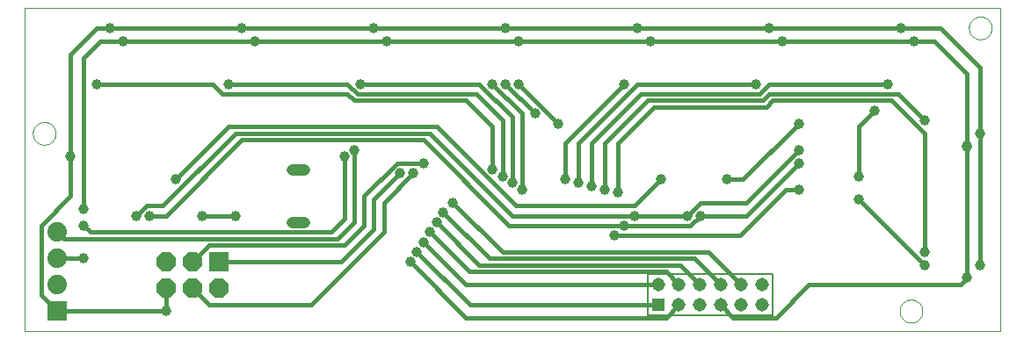
<source format=gbl>
G75*
%MOIN*%
%OFA0B0*%
%FSLAX24Y24*%
%IPPOS*%
%LPD*%
%AMOC8*
5,1,8,0,0,1.08239X$1,22.5*
%
%ADD10C,0.0000*%
%ADD11C,0.0440*%
%ADD12R,0.0740X0.0740*%
%ADD13C,0.0740*%
%ADD14OC8,0.0740*%
%ADD15R,0.0515X0.0515*%
%ADD16C,0.0515*%
%ADD17C,0.0050*%
%ADD18C,0.0160*%
%ADD19C,0.0396*%
D10*
X000100Y000100D02*
X000100Y012350D01*
X037100Y012350D01*
X037100Y000100D01*
X000100Y000100D01*
X000417Y007600D02*
X000419Y007641D01*
X000425Y007682D01*
X000435Y007722D01*
X000448Y007761D01*
X000465Y007798D01*
X000486Y007834D01*
X000510Y007868D01*
X000537Y007899D01*
X000566Y007927D01*
X000599Y007953D01*
X000633Y007975D01*
X000670Y007994D01*
X000708Y008009D01*
X000748Y008021D01*
X000788Y008029D01*
X000829Y008033D01*
X000871Y008033D01*
X000912Y008029D01*
X000952Y008021D01*
X000992Y008009D01*
X001030Y007994D01*
X001066Y007975D01*
X001101Y007953D01*
X001134Y007927D01*
X001163Y007899D01*
X001190Y007868D01*
X001214Y007834D01*
X001235Y007798D01*
X001252Y007761D01*
X001265Y007722D01*
X001275Y007682D01*
X001281Y007641D01*
X001283Y007600D01*
X001281Y007559D01*
X001275Y007518D01*
X001265Y007478D01*
X001252Y007439D01*
X001235Y007402D01*
X001214Y007366D01*
X001190Y007332D01*
X001163Y007301D01*
X001134Y007273D01*
X001101Y007247D01*
X001067Y007225D01*
X001030Y007206D01*
X000992Y007191D01*
X000952Y007179D01*
X000912Y007171D01*
X000871Y007167D01*
X000829Y007167D01*
X000788Y007171D01*
X000748Y007179D01*
X000708Y007191D01*
X000670Y007206D01*
X000634Y007225D01*
X000599Y007247D01*
X000566Y007273D01*
X000537Y007301D01*
X000510Y007332D01*
X000486Y007366D01*
X000465Y007402D01*
X000448Y007439D01*
X000435Y007478D01*
X000425Y007518D01*
X000419Y007559D01*
X000417Y007600D01*
X033292Y000850D02*
X033294Y000891D01*
X033300Y000932D01*
X033310Y000972D01*
X033323Y001011D01*
X033340Y001048D01*
X033361Y001084D01*
X033385Y001118D01*
X033412Y001149D01*
X033441Y001177D01*
X033474Y001203D01*
X033508Y001225D01*
X033545Y001244D01*
X033583Y001259D01*
X033623Y001271D01*
X033663Y001279D01*
X033704Y001283D01*
X033746Y001283D01*
X033787Y001279D01*
X033827Y001271D01*
X033867Y001259D01*
X033905Y001244D01*
X033941Y001225D01*
X033976Y001203D01*
X034009Y001177D01*
X034038Y001149D01*
X034065Y001118D01*
X034089Y001084D01*
X034110Y001048D01*
X034127Y001011D01*
X034140Y000972D01*
X034150Y000932D01*
X034156Y000891D01*
X034158Y000850D01*
X034156Y000809D01*
X034150Y000768D01*
X034140Y000728D01*
X034127Y000689D01*
X034110Y000652D01*
X034089Y000616D01*
X034065Y000582D01*
X034038Y000551D01*
X034009Y000523D01*
X033976Y000497D01*
X033942Y000475D01*
X033905Y000456D01*
X033867Y000441D01*
X033827Y000429D01*
X033787Y000421D01*
X033746Y000417D01*
X033704Y000417D01*
X033663Y000421D01*
X033623Y000429D01*
X033583Y000441D01*
X033545Y000456D01*
X033509Y000475D01*
X033474Y000497D01*
X033441Y000523D01*
X033412Y000551D01*
X033385Y000582D01*
X033361Y000616D01*
X033340Y000652D01*
X033323Y000689D01*
X033310Y000728D01*
X033300Y000768D01*
X033294Y000809D01*
X033292Y000850D01*
X035917Y011600D02*
X035919Y011641D01*
X035925Y011682D01*
X035935Y011722D01*
X035948Y011761D01*
X035965Y011798D01*
X035986Y011834D01*
X036010Y011868D01*
X036037Y011899D01*
X036066Y011927D01*
X036099Y011953D01*
X036133Y011975D01*
X036170Y011994D01*
X036208Y012009D01*
X036248Y012021D01*
X036288Y012029D01*
X036329Y012033D01*
X036371Y012033D01*
X036412Y012029D01*
X036452Y012021D01*
X036492Y012009D01*
X036530Y011994D01*
X036566Y011975D01*
X036601Y011953D01*
X036634Y011927D01*
X036663Y011899D01*
X036690Y011868D01*
X036714Y011834D01*
X036735Y011798D01*
X036752Y011761D01*
X036765Y011722D01*
X036775Y011682D01*
X036781Y011641D01*
X036783Y011600D01*
X036781Y011559D01*
X036775Y011518D01*
X036765Y011478D01*
X036752Y011439D01*
X036735Y011402D01*
X036714Y011366D01*
X036690Y011332D01*
X036663Y011301D01*
X036634Y011273D01*
X036601Y011247D01*
X036567Y011225D01*
X036530Y011206D01*
X036492Y011191D01*
X036452Y011179D01*
X036412Y011171D01*
X036371Y011167D01*
X036329Y011167D01*
X036288Y011171D01*
X036248Y011179D01*
X036208Y011191D01*
X036170Y011206D01*
X036134Y011225D01*
X036099Y011247D01*
X036066Y011273D01*
X036037Y011301D01*
X036010Y011332D01*
X035986Y011366D01*
X035965Y011402D01*
X035948Y011439D01*
X035935Y011478D01*
X035925Y011518D01*
X035919Y011559D01*
X035917Y011600D01*
D11*
X010695Y006225D02*
X010255Y006225D01*
X010255Y004225D02*
X010695Y004225D01*
D12*
X007475Y002725D03*
X001350Y000850D03*
D13*
X001350Y001850D03*
X001350Y002850D03*
X001350Y003850D03*
D14*
X005475Y002725D03*
X006475Y002725D03*
X006475Y001725D03*
X005475Y001725D03*
X007475Y001725D03*
D15*
X024131Y001081D03*
D16*
X024919Y001081D03*
X025706Y001081D03*
X026494Y001081D03*
X027281Y001081D03*
X028069Y001081D03*
X028069Y001869D03*
X027281Y001869D03*
X026494Y001869D03*
X025706Y001869D03*
X024919Y001869D03*
X024131Y001869D03*
D17*
X023738Y002262D02*
X023738Y000688D01*
X028462Y000688D01*
X028462Y002262D01*
X023738Y002262D01*
D18*
X024438Y002350D02*
X022975Y002350D01*
X016975Y002350D01*
X015475Y003850D01*
X015225Y003475D02*
X016831Y001869D01*
X024131Y001869D01*
X024438Y002350D02*
X024919Y001869D01*
X024975Y002600D02*
X025706Y001869D01*
X026494Y001869D02*
X025512Y002850D01*
X023850Y002850D01*
X017725Y002850D01*
X015975Y004600D01*
X015725Y004225D02*
X017350Y002600D01*
X024475Y002600D01*
X024975Y002600D01*
X026050Y003100D02*
X018225Y003100D01*
X016350Y004975D01*
X014850Y006100D02*
X013725Y004975D01*
X013725Y003850D01*
X010975Y001100D01*
X007100Y001100D01*
X006475Y001725D01*
X005475Y001725D02*
X005475Y000850D01*
X001350Y000850D01*
X000725Y001475D01*
X000725Y004100D01*
X001850Y005225D01*
X001850Y006725D01*
X001850Y010600D01*
X002850Y011600D01*
X003350Y011600D01*
X008342Y011600D01*
X013342Y011600D01*
X018342Y011600D01*
X023342Y011600D01*
X023350Y011600D02*
X028350Y011600D01*
X033342Y011600D01*
X034850Y011600D01*
X036350Y010100D01*
X036350Y007600D01*
X036350Y002608D01*
X035850Y002116D02*
X035850Y002100D01*
X035600Y001850D01*
X029850Y001850D01*
X028600Y000600D01*
X026975Y000600D01*
X026494Y001081D01*
X024919Y001081D02*
X024438Y000600D01*
X023475Y000600D01*
X016850Y000600D01*
X014725Y002725D01*
X014975Y003100D02*
X016994Y001081D01*
X024131Y001081D01*
X026050Y003100D02*
X027281Y001869D01*
X027225Y003725D02*
X022475Y003725D01*
X022850Y004100D02*
X025350Y004100D01*
X025725Y004475D01*
X027475Y004475D01*
X029475Y006475D01*
X029475Y006975D02*
X027475Y004975D01*
X025725Y004975D01*
X025225Y004475D01*
X023225Y004475D01*
X018600Y004475D01*
X015475Y007600D01*
X008100Y007600D01*
X005350Y004850D01*
X004725Y004850D01*
X004350Y004475D01*
X004850Y004475D02*
X005475Y004475D01*
X008350Y007350D01*
X015225Y007350D01*
X018475Y004100D01*
X022850Y004100D01*
X023225Y004850D02*
X024225Y005850D01*
X022600Y005350D02*
X022600Y007225D01*
X023975Y008600D01*
X028225Y008600D01*
X028475Y008850D01*
X032975Y008850D01*
X034225Y007600D01*
X034225Y003100D01*
X034225Y002600D02*
X031725Y005100D01*
X029475Y005475D02*
X028975Y005475D01*
X027225Y003725D01*
X023225Y004850D02*
X018725Y004850D01*
X015725Y007850D01*
X007850Y007850D01*
X005850Y005850D01*
X002350Y004725D02*
X002350Y010475D01*
X002975Y011100D01*
X003850Y011100D01*
X008834Y011100D01*
X013834Y011100D01*
X018850Y011100D01*
X023834Y011100D01*
X028850Y011100D01*
X033834Y011100D01*
X034600Y011100D01*
X035850Y009850D01*
X035850Y007100D01*
X035850Y002116D01*
X029475Y007975D02*
X027350Y005850D01*
X026725Y005850D01*
X023725Y008850D02*
X022100Y007225D01*
X022100Y005475D01*
X021600Y005600D02*
X021600Y007225D01*
X023475Y009100D01*
X027975Y009100D01*
X028350Y009475D01*
X032850Y009475D01*
X033225Y009100D02*
X034225Y008100D01*
X036350Y007608D02*
X036350Y007600D01*
X035850Y007116D02*
X035850Y007100D01*
X032350Y008475D02*
X031725Y007850D01*
X031725Y005975D01*
X028350Y009100D02*
X028100Y008850D01*
X023725Y008850D01*
X023350Y009475D02*
X027850Y009475D01*
X028350Y009100D02*
X033225Y009100D01*
X023350Y009475D02*
X021100Y007225D01*
X021100Y005725D01*
X020600Y005850D02*
X020600Y007225D01*
X022850Y009475D01*
X019475Y008350D02*
X018350Y009475D01*
X018850Y009475D02*
X020350Y007975D01*
X018975Y008350D02*
X017850Y009475D01*
X017350Y009475D02*
X012850Y009475D01*
X012725Y009100D02*
X012350Y009475D01*
X007850Y009475D01*
X007600Y009100D02*
X007225Y009475D01*
X002850Y009475D01*
X007600Y009100D02*
X012350Y009100D01*
X012600Y008850D01*
X016850Y008850D01*
X017850Y007850D01*
X017850Y006225D01*
X018225Y005975D02*
X018225Y008100D01*
X017225Y009100D01*
X012725Y009100D01*
X017350Y009475D02*
X018600Y008225D01*
X018600Y005725D01*
X018975Y005475D02*
X018975Y008350D01*
X015225Y006475D02*
X014225Y006475D01*
X012975Y005225D01*
X012975Y004100D01*
X012225Y003350D01*
X007100Y003350D01*
X006475Y002725D01*
X007475Y002725D02*
X012100Y002725D01*
X013350Y003975D01*
X013350Y005100D01*
X014350Y006100D01*
X012225Y006725D02*
X012225Y004350D01*
X011725Y003850D01*
X002600Y003850D01*
X002350Y004100D01*
X001600Y003600D02*
X001350Y003850D01*
X001600Y003600D02*
X011975Y003600D01*
X012600Y004225D01*
X012600Y006975D01*
X008100Y004475D02*
X006850Y004475D01*
X002350Y002850D02*
X001350Y002850D01*
D19*
X002350Y002850D03*
X002350Y004100D03*
X002350Y004725D03*
X004350Y004475D03*
X004850Y004475D03*
X006850Y004475D03*
X008100Y004475D03*
X005850Y005850D03*
X001850Y006725D03*
X002850Y009475D03*
X003850Y011100D03*
X003350Y011600D03*
X008342Y011600D03*
X008834Y011100D03*
X013342Y011600D03*
X013834Y011100D03*
X018342Y011600D03*
X018850Y011100D03*
X023342Y011600D03*
X023350Y011600D03*
X023834Y011100D03*
X028350Y011600D03*
X028850Y011100D03*
X033342Y011600D03*
X033834Y011100D03*
X032850Y009475D03*
X032350Y008475D03*
X034225Y008100D03*
X036350Y007608D03*
X036350Y007600D03*
X035850Y007116D03*
X035850Y007100D03*
X031725Y005975D03*
X029475Y005475D03*
X031725Y005100D03*
X029475Y006475D03*
X029475Y006975D03*
X029475Y007975D03*
X027850Y009475D03*
X022850Y009475D03*
X019475Y008350D03*
X020350Y007975D03*
X018850Y009475D03*
X018350Y009475D03*
X017850Y009475D03*
X012850Y009475D03*
X007850Y009475D03*
X012600Y006975D03*
X012225Y006725D03*
X014350Y006100D03*
X014850Y006100D03*
X015225Y006475D03*
X017850Y006225D03*
X018225Y005975D03*
X018600Y005725D03*
X018975Y005475D03*
X020600Y005850D03*
X021100Y005725D03*
X021600Y005600D03*
X022100Y005475D03*
X022600Y005350D03*
X024225Y005850D03*
X026725Y005850D03*
X025725Y004475D03*
X025225Y004475D03*
X023225Y004475D03*
X022850Y004100D03*
X022475Y003725D03*
X016350Y004975D03*
X015975Y004600D03*
X015725Y004225D03*
X015475Y003850D03*
X015225Y003475D03*
X014975Y003100D03*
X014725Y002725D03*
X005475Y000850D03*
X034225Y002600D03*
X034225Y003100D03*
X036350Y002608D03*
X035850Y002116D03*
M02*

</source>
